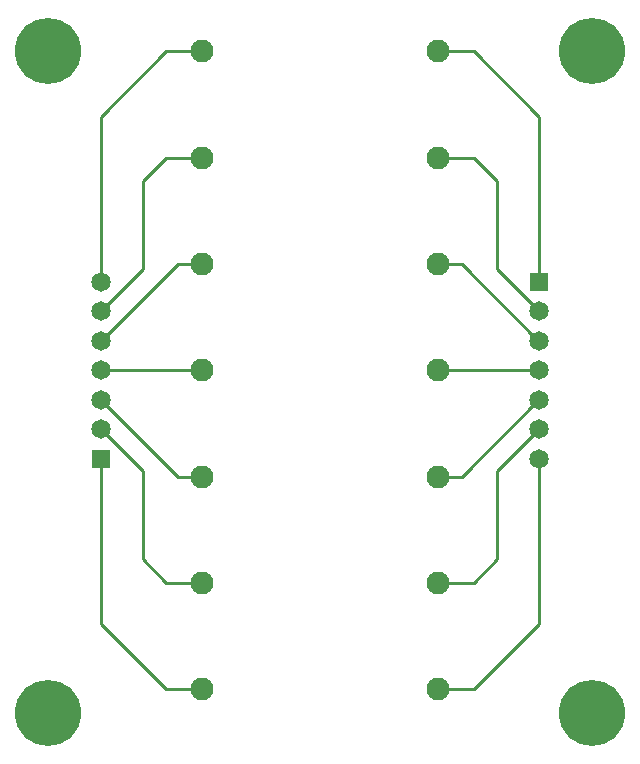
<source format=gtl>
G04 #@! TF.GenerationSoftware,KiCad,Pcbnew,(6.0.9)*
G04 #@! TF.CreationDate,2023-02-13T08:52:12+09:00*
G04 #@! TF.ProjectId,AMS_Fuse,414d535f-4675-4736-952e-6b696361645f,rev?*
G04 #@! TF.SameCoordinates,Original*
G04 #@! TF.FileFunction,Copper,L1,Top*
G04 #@! TF.FilePolarity,Positive*
%FSLAX46Y46*%
G04 Gerber Fmt 4.6, Leading zero omitted, Abs format (unit mm)*
G04 Created by KiCad (PCBNEW (6.0.9)) date 2023-02-13 08:52:12*
%MOMM*%
%LPD*%
G01*
G04 APERTURE LIST*
G04 #@! TA.AperFunction,ComponentPad*
%ADD10C,5.600000*%
G04 #@! TD*
G04 #@! TA.AperFunction,ComponentPad*
%ADD11C,1.950000*%
G04 #@! TD*
G04 #@! TA.AperFunction,ComponentPad*
%ADD12R,1.650000X1.650000*%
G04 #@! TD*
G04 #@! TA.AperFunction,ComponentPad*
%ADD13C,1.650000*%
G04 #@! TD*
G04 #@! TA.AperFunction,Conductor*
%ADD14C,0.250000*%
G04 #@! TD*
G04 APERTURE END LIST*
D10*
G04 #@! TO.P,REF\u002A\u002A,1*
G04 #@! TO.N,N/C*
X115000000Y-125000000D03*
G04 #@! TD*
G04 #@! TO.P,REF\u002A\u002A,1*
G04 #@! TO.N,N/C*
X161000000Y-125000000D03*
G04 #@! TD*
G04 #@! TO.P,REF\u002A\u002A,1*
G04 #@! TO.N,N/C*
X161000000Y-69000000D03*
G04 #@! TD*
G04 #@! TO.P,REF\u002A\u002A,1*
G04 #@! TO.N,N/C*
X115000000Y-69000000D03*
G04 #@! TD*
D11*
G04 #@! TO.P,F6,1*
G04 #@! TO.N,Net-(F6-Pad1)*
X128000000Y-114000000D03*
G04 #@! TO.P,F6,2*
G04 #@! TO.N,Net-(F6-Pad2)*
X148000000Y-114000000D03*
G04 #@! TD*
D12*
G04 #@! TO.P,J1,1,1*
G04 #@! TO.N,Net-(F7-Pad1)*
X119450000Y-103500000D03*
D13*
G04 #@! TO.P,J1,2,2*
G04 #@! TO.N,Net-(F6-Pad1)*
X119450000Y-101000000D03*
G04 #@! TO.P,J1,3,3*
G04 #@! TO.N,Net-(F5-Pad1)*
X119450000Y-98500000D03*
G04 #@! TO.P,J1,4,4*
G04 #@! TO.N,Net-(F4-Pad1)*
X119450000Y-96000000D03*
G04 #@! TO.P,J1,5,5*
G04 #@! TO.N,Net-(F3-Pad1)*
X119450000Y-93500000D03*
G04 #@! TO.P,J1,6,6*
G04 #@! TO.N,Net-(F2-Pad1)*
X119450000Y-91000000D03*
G04 #@! TO.P,J1,7,7*
G04 #@! TO.N,Net-(F1-Pad1)*
X119450000Y-88500000D03*
G04 #@! TD*
D12*
G04 #@! TO.P,J2,1,1*
G04 #@! TO.N,Net-(F1-Pad2)*
X156550000Y-88500000D03*
D13*
G04 #@! TO.P,J2,2,2*
G04 #@! TO.N,Net-(F2-Pad2)*
X156550000Y-91000000D03*
G04 #@! TO.P,J2,3,3*
G04 #@! TO.N,Net-(F3-Pad2)*
X156550000Y-93500000D03*
G04 #@! TO.P,J2,4,4*
G04 #@! TO.N,Net-(F4-Pad2)*
X156550000Y-96000000D03*
G04 #@! TO.P,J2,5,5*
G04 #@! TO.N,Net-(F5-Pad2)*
X156550000Y-98500000D03*
G04 #@! TO.P,J2,6,6*
G04 #@! TO.N,Net-(F6-Pad2)*
X156550000Y-101000000D03*
G04 #@! TO.P,J2,7,7*
G04 #@! TO.N,Net-(F7-Pad2)*
X156550000Y-103500000D03*
G04 #@! TD*
D11*
G04 #@! TO.P,F5,1*
G04 #@! TO.N,Net-(F5-Pad1)*
X128000000Y-105000000D03*
G04 #@! TO.P,F5,2*
G04 #@! TO.N,Net-(F5-Pad2)*
X148000000Y-105000000D03*
G04 #@! TD*
G04 #@! TO.P,F1,1*
G04 #@! TO.N,Net-(F1-Pad1)*
X128000000Y-69000000D03*
G04 #@! TO.P,F1,2*
G04 #@! TO.N,Net-(F1-Pad2)*
X148000000Y-69000000D03*
G04 #@! TD*
G04 #@! TO.P,F2,1*
G04 #@! TO.N,Net-(F2-Pad1)*
X128000000Y-78000000D03*
G04 #@! TO.P,F2,2*
G04 #@! TO.N,Net-(F2-Pad2)*
X148000000Y-78000000D03*
G04 #@! TD*
G04 #@! TO.P,F3,1*
G04 #@! TO.N,Net-(F3-Pad1)*
X128000000Y-87000000D03*
G04 #@! TO.P,F3,2*
G04 #@! TO.N,Net-(F3-Pad2)*
X148000000Y-87000000D03*
G04 #@! TD*
G04 #@! TO.P,F7,1*
G04 #@! TO.N,Net-(F7-Pad1)*
X128000000Y-123000000D03*
G04 #@! TO.P,F7,2*
G04 #@! TO.N,Net-(F7-Pad2)*
X148000000Y-123000000D03*
G04 #@! TD*
G04 #@! TO.P,F4,1*
G04 #@! TO.N,Net-(F4-Pad1)*
X128000000Y-96000000D03*
G04 #@! TO.P,F4,2*
G04 #@! TO.N,Net-(F4-Pad2)*
X148000000Y-96000000D03*
G04 #@! TD*
D14*
G04 #@! TO.N,Net-(F1-Pad1)*
X119450000Y-74550000D02*
X125000000Y-69000000D01*
X125000000Y-69000000D02*
X128000000Y-69000000D01*
X119450000Y-88500000D02*
X119450000Y-74550000D01*
G04 #@! TO.N,Net-(F1-Pad2)*
X156550000Y-74550000D02*
X156550000Y-88500000D01*
X151000000Y-69000000D02*
X156550000Y-74550000D01*
X148000000Y-69000000D02*
X151000000Y-69000000D01*
G04 #@! TO.N,Net-(F2-Pad1)*
X123000000Y-87450000D02*
X119450000Y-91000000D01*
X125000000Y-78000000D02*
X123000000Y-80000000D01*
X123000000Y-80000000D02*
X123000000Y-87450000D01*
X128000000Y-78000000D02*
X125000000Y-78000000D01*
G04 #@! TO.N,Net-(F2-Pad2)*
X151000000Y-78000000D02*
X153000000Y-80000000D01*
X153000000Y-87450000D02*
X156550000Y-91000000D01*
X148000000Y-78000000D02*
X151000000Y-78000000D01*
X153000000Y-80000000D02*
X153000000Y-87450000D01*
G04 #@! TO.N,Net-(F3-Pad1)*
X128000000Y-87000000D02*
X126000000Y-87000000D01*
X119500000Y-93500000D02*
X119450000Y-93500000D01*
X126000000Y-87000000D02*
X119500000Y-93500000D01*
G04 #@! TO.N,Net-(F3-Pad2)*
X148000000Y-87000000D02*
X150000000Y-87000000D01*
X150000000Y-87000000D02*
X156500000Y-93500000D01*
X156500000Y-93500000D02*
X156550000Y-93500000D01*
G04 #@! TO.N,Net-(F4-Pad1)*
X128000000Y-96000000D02*
X119450000Y-96000000D01*
G04 #@! TO.N,Net-(F4-Pad2)*
X148000000Y-96000000D02*
X156550000Y-96000000D01*
G04 #@! TO.N,Net-(F5-Pad1)*
X119500000Y-98500000D02*
X126000000Y-105000000D01*
X119450000Y-98500000D02*
X119500000Y-98500000D01*
X126000000Y-105000000D02*
X128000000Y-105000000D01*
G04 #@! TO.N,Net-(F5-Pad2)*
X148000000Y-105000000D02*
X150000000Y-105000000D01*
X156500000Y-98500000D02*
X156550000Y-98500000D01*
X150000000Y-105000000D02*
X156500000Y-98500000D01*
G04 #@! TO.N,Net-(F6-Pad1)*
X119450000Y-101000000D02*
X123000000Y-104550000D01*
X125000000Y-114000000D02*
X128000000Y-114000000D01*
X123000000Y-104550000D02*
X123000000Y-112000000D01*
X123000000Y-112000000D02*
X125000000Y-114000000D01*
G04 #@! TO.N,Net-(F6-Pad2)*
X151000000Y-114000000D02*
X148000000Y-114000000D01*
X153000000Y-104550000D02*
X153000000Y-112000000D01*
X153000000Y-112000000D02*
X151000000Y-114000000D01*
X156550000Y-101000000D02*
X153000000Y-104550000D01*
G04 #@! TO.N,Net-(F7-Pad1)*
X119450000Y-117450000D02*
X125000000Y-123000000D01*
X119450000Y-103500000D02*
X119450000Y-117450000D01*
X125000000Y-123000000D02*
X128000000Y-123000000D01*
G04 #@! TO.N,Net-(F7-Pad2)*
X156550000Y-117450000D02*
X151000000Y-123000000D01*
X156550000Y-103500000D02*
X156550000Y-117450000D01*
X151000000Y-123000000D02*
X148000000Y-123000000D01*
G04 #@! TD*
M02*

</source>
